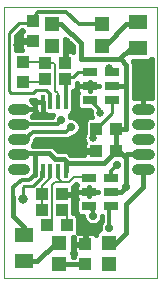
<source format=gtl>
G75*
G70*
%OFA0B0*%
%FSLAX24Y24*%
%IPPOS*%
%LPD*%
%AMOC8*
5,1,8,0,0,1.08239X$1,22.5*
%
%ADD10C,0.0000*%
%ADD11R,0.0515X0.0515*%
%ADD12R,0.0630X0.0472*%
%ADD13R,0.0394X0.0433*%
%ADD14R,0.0433X0.0394*%
%ADD15R,0.0138X0.0472*%
%ADD16R,0.0494X0.0276*%
%ADD17C,0.0377*%
%ADD18C,0.0120*%
%ADD19C,0.0277*%
%ADD20C,0.0258*%
%ADD21C,0.0060*%
%ADD22C,0.0100*%
%ADD23C,0.0160*%
%ADD24C,0.0150*%
%ADD25C,0.0317*%
%ADD26C,0.0080*%
D10*
X000900Y000980D02*
X000900Y010035D01*
X006018Y010035D01*
X006018Y000980D01*
X000900Y000980D01*
D11*
X002753Y001459D03*
X002753Y002167D03*
X004406Y002167D03*
X004406Y001459D03*
X004165Y008729D03*
X004165Y009438D03*
X002512Y009438D03*
X002512Y008729D03*
D12*
X005382Y008649D03*
X005382Y009516D03*
X001578Y002434D03*
X001578Y001568D03*
D13*
X002325Y002740D03*
X002165Y003260D03*
X002165Y003780D03*
X002835Y003780D03*
X002835Y003260D03*
X002995Y002740D03*
X003965Y005940D03*
X004635Y005940D03*
X002955Y007620D03*
X002955Y008140D03*
X002285Y008140D03*
X002285Y007620D03*
D14*
X001540Y007525D03*
X001540Y008195D03*
X001860Y008885D03*
X001860Y009555D03*
X003965Y005220D03*
X004635Y005220D03*
X003620Y002115D03*
X003620Y001445D03*
D15*
X002964Y004548D03*
X002708Y004548D03*
X002452Y004548D03*
X002196Y004548D03*
X002196Y006852D03*
X002452Y006852D03*
X002708Y006852D03*
X002964Y006852D03*
D16*
X003766Y006908D03*
X003766Y007380D03*
X003766Y007852D03*
X004514Y007852D03*
X004514Y007380D03*
X004514Y006908D03*
X004474Y004332D03*
X004474Y003860D03*
X004474Y003388D03*
X003726Y003388D03*
X003726Y003860D03*
X003726Y004332D03*
D17*
X005351Y004620D02*
X005729Y004620D01*
X005729Y005120D02*
X005351Y005120D01*
X005351Y005620D02*
X005729Y005620D01*
X005729Y006120D02*
X005351Y006120D01*
X005351Y006620D02*
X005729Y006620D01*
X001569Y006620D02*
X001191Y006620D01*
X001191Y006120D02*
X001569Y006120D01*
X001569Y005620D02*
X001191Y005620D01*
X001191Y005120D02*
X001569Y005120D01*
X001569Y004620D02*
X001191Y004620D01*
D18*
X001500Y004260D02*
X001220Y004020D01*
X001220Y003700D01*
X001500Y004260D02*
X001740Y004260D01*
X001940Y004420D01*
X002180Y004340D02*
X002180Y004532D01*
X002196Y004548D01*
X001620Y005620D02*
X001860Y005860D01*
X002980Y005860D01*
X003140Y006020D01*
X002820Y006260D02*
X002720Y006120D01*
X001380Y006120D01*
X001380Y005620D02*
X001620Y005620D01*
X002452Y006852D02*
X002452Y007108D01*
X002964Y006852D02*
X002964Y007460D01*
X002964Y007524D01*
X002980Y007540D01*
X003402Y009438D02*
X002980Y009860D01*
X002045Y009860D01*
X003402Y009438D02*
X004165Y009438D01*
X004660Y004740D02*
X004474Y004554D01*
X004474Y004332D01*
X004474Y003388D02*
X004420Y003334D01*
X004420Y002660D01*
X003860Y003060D02*
X003860Y003220D01*
X003700Y003380D01*
D19*
X003860Y003060D03*
X004420Y002660D03*
X004980Y004020D03*
X004660Y004740D03*
X003540Y006420D03*
X003140Y006020D03*
X002820Y006260D03*
X002180Y005540D03*
X003420Y005300D03*
X005540Y007540D03*
D20*
X004420Y007980D03*
X004100Y006500D03*
X003860Y005660D03*
D21*
X003720Y004340D02*
X003200Y004340D01*
X003200Y004320D01*
X003080Y004200D01*
X002840Y004200D01*
X002720Y004320D01*
X002708Y004548D01*
X002160Y003860D02*
X002165Y003780D01*
X002240Y003300D02*
X002165Y003260D01*
X002835Y003260D02*
X002920Y003300D01*
X002920Y003120D01*
X003000Y003040D01*
X003000Y002780D01*
X002995Y002740D01*
X003700Y003380D02*
X003720Y003400D01*
X003726Y003388D01*
X003740Y003860D02*
X003726Y003860D01*
X003740Y003860D01*
X003726Y004015D02*
X003740Y004020D01*
X003726Y004332D02*
X003720Y004340D01*
X004500Y006900D02*
X004480Y006920D01*
X004514Y006908D01*
X004514Y007852D02*
X004460Y007860D01*
X004420Y007860D01*
X003780Y007380D02*
X003766Y007380D01*
X003780Y007380D01*
X003020Y007460D02*
X002964Y007460D01*
X002964Y007524D02*
X002960Y007580D01*
X002960Y007620D01*
X002955Y007620D01*
X002980Y007560D01*
X003000Y007580D01*
X003000Y007640D01*
X003020Y007660D01*
X003020Y007680D01*
X003060Y007700D01*
X002285Y008140D02*
X002280Y008160D01*
X002280Y008200D01*
X001540Y008200D01*
X001540Y008195D01*
X002280Y008140D02*
X002285Y008140D01*
D22*
X001860Y008885D02*
X001445Y008805D01*
X001380Y008740D01*
X001315Y008805D02*
X001300Y008820D01*
X001315Y008805D02*
X001860Y008885D01*
X001860Y009460D02*
X001860Y009555D01*
X001940Y009635D01*
X001940Y009780D01*
X002020Y009860D01*
X002045Y009860D01*
X001860Y009620D02*
X001860Y009555D01*
X001845Y009475D02*
X001860Y009460D01*
X001845Y009475D02*
X001395Y009475D01*
X001060Y009140D01*
X001060Y007220D01*
X001140Y007140D01*
X001860Y007140D01*
X001980Y007260D01*
X002300Y007260D01*
X002452Y007108D01*
X003060Y007700D02*
X003220Y007700D01*
X003372Y007852D01*
X003766Y007852D01*
X003766Y006908D02*
X003772Y006908D01*
X004100Y006580D01*
X004100Y006500D01*
X004500Y006500D02*
X003965Y005965D01*
X003965Y005940D01*
X003885Y005620D01*
X003860Y005660D01*
X004500Y006500D02*
X004500Y006900D01*
X004980Y007060D02*
X004980Y007140D01*
X004420Y007860D02*
X004420Y007980D01*
X004740Y008300D02*
X004820Y008300D01*
X003060Y008740D02*
X002955Y008635D01*
X002955Y008140D01*
X001380Y005120D02*
X001410Y005090D01*
X001580Y004060D02*
X001860Y004060D01*
X002180Y004340D01*
X001580Y004060D02*
X001540Y004020D01*
X001540Y003620D01*
X002980Y004820D02*
X002960Y004880D01*
X002964Y004896D01*
D23*
X003146Y005075D02*
X003116Y005104D01*
X003116Y005104D01*
X003044Y005176D01*
X002951Y005215D01*
X002706Y005215D01*
X002636Y005284D01*
X002564Y005356D01*
X002471Y005395D01*
X001865Y005395D01*
X001881Y005411D01*
X001937Y005547D01*
X001937Y005598D01*
X001959Y005620D01*
X003028Y005620D01*
X003116Y005657D01*
X003161Y005701D01*
X003203Y005701D01*
X003321Y005750D01*
X003410Y005839D01*
X003459Y005957D01*
X003459Y006083D01*
X003410Y006201D01*
X003321Y006290D01*
X003203Y006339D01*
X003132Y006339D01*
X003092Y006435D01*
X003107Y006435D01*
X003213Y006541D01*
X003213Y007162D01*
X003204Y007171D01*
X003204Y007223D01*
X003226Y007223D01*
X003331Y007329D01*
X003331Y007486D01*
X003339Y007494D01*
X003339Y007380D01*
X003339Y007219D01*
X003351Y007173D01*
X003366Y007147D01*
X003339Y007120D01*
X003339Y006695D01*
X003445Y006590D01*
X003765Y006590D01*
X003792Y006563D01*
X003791Y006561D01*
X003791Y006439D01*
X003833Y006337D01*
X003694Y006337D01*
X003589Y006231D01*
X003589Y005812D01*
X003551Y005721D01*
X003551Y005599D01*
X003591Y005503D01*
X003581Y005486D01*
X003569Y005441D01*
X003569Y005238D01*
X003947Y005238D01*
X003947Y005202D01*
X003569Y005202D01*
X003569Y005075D01*
X003146Y005075D01*
X003120Y005101D02*
X003569Y005101D01*
X003569Y005260D02*
X002661Y005260D01*
X003285Y005735D02*
X003557Y005735D01*
X003560Y005577D02*
X001937Y005577D01*
X001884Y005418D02*
X003569Y005418D01*
X003589Y005894D02*
X003433Y005894D01*
X003459Y006052D02*
X003589Y006052D01*
X003589Y006211D02*
X003400Y006211D01*
X003199Y006528D02*
X003791Y006528D01*
X003820Y006369D02*
X003120Y006369D01*
X003213Y006686D02*
X003348Y006686D01*
X003339Y006845D02*
X003213Y006845D01*
X003213Y007003D02*
X003339Y007003D01*
X003358Y007162D02*
X003213Y007162D01*
X003323Y007320D02*
X003339Y007320D01*
X003339Y007380D02*
X003766Y007380D01*
X004087Y007380D01*
X003766Y007380D01*
X003766Y007380D01*
X003766Y007380D01*
X003766Y007535D01*
X003766Y007380D01*
X003766Y007225D01*
X003766Y007380D01*
X003766Y007380D01*
X003766Y007380D01*
X003339Y007380D01*
X003331Y007479D02*
X003339Y007479D01*
X003766Y007479D02*
X003766Y007479D01*
X003766Y007535D02*
X003766Y007535D01*
X003766Y007320D02*
X003766Y007320D01*
X003766Y007225D02*
X003766Y007225D01*
X004087Y007380D02*
X004087Y007380D01*
X003205Y008529D02*
X003205Y008714D01*
X002949Y008970D01*
X002949Y008397D01*
X002936Y008384D01*
X002936Y008158D01*
X002973Y008158D01*
X002973Y008537D01*
X003175Y008537D01*
X003205Y008529D01*
X003205Y008588D02*
X002949Y008588D01*
X002949Y008430D02*
X002973Y008430D01*
X002973Y008271D02*
X002936Y008271D01*
X002949Y008747D02*
X003173Y008747D01*
X003014Y008905D02*
X002949Y008905D01*
X001842Y008904D02*
X001842Y008867D01*
X001463Y008867D01*
X001463Y008665D01*
X001476Y008619D01*
X001499Y008578D01*
X001506Y008571D01*
X001290Y008571D01*
X001290Y009045D01*
X001490Y009245D01*
X001502Y009245D01*
X001527Y009220D01*
X001499Y009193D01*
X001476Y009152D01*
X001463Y009106D01*
X001463Y008904D01*
X001842Y008904D01*
X001525Y009222D02*
X001467Y009222D01*
X001463Y009064D02*
X001309Y009064D01*
X001290Y008905D02*
X001463Y008905D01*
X001463Y008747D02*
X001290Y008747D01*
X001290Y008588D02*
X001494Y008588D01*
X001798Y006910D02*
X001947Y006910D01*
X001947Y006852D01*
X002196Y006852D01*
X002196Y006852D01*
X001947Y006852D01*
X001947Y006592D01*
X001960Y006546D01*
X001983Y006505D01*
X002017Y006471D01*
X002058Y006448D01*
X002104Y006435D01*
X002196Y006435D01*
X002196Y006852D01*
X002196Y006852D01*
X002196Y006435D01*
X002289Y006435D01*
X002304Y006440D01*
X002309Y006435D01*
X002548Y006435D01*
X002516Y006360D01*
X001850Y006360D01*
X001840Y006370D01*
X001855Y006385D01*
X001895Y006445D01*
X001923Y006512D01*
X001937Y006584D01*
X001937Y006620D01*
X001937Y006656D01*
X001923Y006728D01*
X001895Y006795D01*
X001855Y006855D01*
X001804Y006906D01*
X001798Y006910D01*
X001862Y006845D02*
X001947Y006845D01*
X001931Y006686D02*
X001947Y006686D01*
X001937Y006620D02*
X001380Y006620D01*
X001380Y006620D01*
X001937Y006620D01*
X001926Y006528D02*
X001970Y006528D01*
X001841Y006369D02*
X002520Y006369D01*
X002196Y006528D02*
X002196Y006528D01*
X002196Y006686D02*
X002196Y006686D01*
X002196Y006845D02*
X002196Y006845D01*
X003299Y004122D02*
X003290Y004113D01*
X003290Y004113D01*
X003208Y004031D01*
X003211Y004020D01*
X003211Y003798D01*
X002853Y003798D01*
X002853Y003762D01*
X003211Y003762D01*
X003211Y003137D01*
X003266Y003137D01*
X003371Y003031D01*
X003371Y002489D01*
X003380Y002491D01*
X003602Y002491D01*
X003602Y002133D01*
X003638Y002133D01*
X003638Y002491D01*
X003860Y002491D01*
X003906Y002479D01*
X003947Y002456D01*
X003969Y002434D01*
X003969Y002499D01*
X004074Y002605D01*
X004101Y002605D01*
X004101Y002723D01*
X004150Y002841D01*
X004180Y002871D01*
X004180Y003070D01*
X004179Y003070D01*
X004179Y002997D01*
X004130Y002879D01*
X004041Y002790D01*
X003923Y002741D01*
X003797Y002741D01*
X003679Y002790D01*
X003590Y002879D01*
X003541Y002997D01*
X003541Y003070D01*
X003405Y003070D01*
X003299Y003175D01*
X003299Y003600D01*
X003326Y003627D01*
X003311Y003653D01*
X003299Y003699D01*
X003299Y003860D01*
X003726Y003860D01*
X004047Y003860D01*
X003726Y003860D01*
X003726Y003860D01*
X003726Y003860D01*
X003726Y004015D01*
X003726Y003860D01*
X003726Y003705D01*
X003726Y003860D01*
X003726Y003860D01*
X003726Y003860D01*
X003299Y003860D01*
X003299Y004021D01*
X003311Y004067D01*
X003326Y004093D01*
X003299Y004120D01*
X003299Y004122D01*
X003299Y003992D02*
X003211Y003992D01*
X003211Y003833D02*
X003299Y003833D01*
X003306Y003675D02*
X003211Y003675D01*
X003211Y003516D02*
X003299Y003516D01*
X003299Y003358D02*
X003211Y003358D01*
X003211Y003199D02*
X003299Y003199D01*
X003362Y003041D02*
X003541Y003041D01*
X003589Y002882D02*
X003371Y002882D01*
X003371Y002724D02*
X004101Y002724D01*
X004035Y002565D02*
X003371Y002565D01*
X003226Y002343D02*
X003223Y002335D01*
X003223Y002133D01*
X003602Y002133D01*
X003602Y002096D01*
X003223Y002096D01*
X003223Y001894D01*
X003236Y001848D01*
X003259Y001807D01*
X003287Y001780D01*
X003223Y001717D01*
X003223Y001700D01*
X003190Y001700D01*
X003190Y001791D01*
X003168Y001813D01*
X003190Y001835D01*
X003190Y002343D01*
X003226Y002343D01*
X003223Y002248D02*
X003190Y002248D01*
X003190Y002090D02*
X003223Y002090D01*
X003223Y001931D02*
X003190Y001931D01*
X003190Y001773D02*
X003279Y001773D01*
X003602Y002248D02*
X003638Y002248D01*
X003638Y002407D02*
X003602Y002407D01*
X004131Y002882D02*
X004180Y002882D01*
X004179Y003041D02*
X004180Y003041D01*
X003726Y003705D02*
X003726Y003705D01*
X003726Y003833D02*
X003726Y003833D01*
X003726Y003992D02*
X003726Y003992D01*
X003726Y004015D02*
X003726Y004015D01*
X004047Y003860D02*
X004047Y003860D01*
X005540Y006620D02*
X005540Y006989D01*
X005315Y006989D01*
X005244Y006974D01*
X005235Y006971D01*
X005235Y008086D01*
X005239Y008122D01*
X005235Y008136D01*
X005235Y008151D01*
X005221Y008185D01*
X005211Y008220D01*
X005202Y008231D01*
X005201Y008233D01*
X005772Y008233D01*
X005838Y008300D01*
X005838Y006974D01*
X005836Y006974D01*
X005765Y006989D01*
X005540Y006989D01*
X005540Y006620D01*
X005540Y006620D01*
X005540Y006686D02*
X005540Y006686D01*
X005540Y006845D02*
X005540Y006845D01*
X005838Y007003D02*
X005235Y007003D01*
X005235Y007162D02*
X005838Y007162D01*
X005838Y007320D02*
X005235Y007320D01*
X005235Y007479D02*
X005838Y007479D01*
X005838Y007637D02*
X005235Y007637D01*
X005235Y007796D02*
X005838Y007796D01*
X005838Y007954D02*
X005235Y007954D01*
X005238Y008113D02*
X005838Y008113D01*
X005838Y008271D02*
X005810Y008271D01*
D24*
X005382Y008649D02*
X005129Y008649D01*
X004740Y008300D01*
X003460Y008300D01*
X003460Y008820D01*
X002820Y009460D01*
X002529Y009460D01*
X002512Y009438D01*
X004165Y008729D02*
X004289Y008769D01*
X004980Y009460D01*
X005327Y009460D01*
X005382Y009516D01*
X004820Y008300D02*
X004980Y008100D01*
X004980Y007380D01*
X004514Y007380D01*
X004980Y007380D02*
X004980Y007140D01*
X004980Y007060D02*
X004980Y005940D01*
X004635Y005940D01*
X004635Y005220D01*
X004235Y004820D01*
X002980Y004820D01*
X002964Y004896D02*
X002900Y004960D01*
X002600Y004960D01*
X002420Y005140D01*
X001940Y005140D01*
X001940Y004420D01*
X001940Y005140D02*
X001460Y005140D01*
X001410Y005090D01*
X001380Y005060D01*
X001220Y003700D02*
X001220Y003060D01*
X001578Y002702D01*
X001578Y002434D01*
X001578Y001568D02*
X001606Y001540D01*
X002020Y001540D01*
X002647Y002167D01*
X002753Y002167D01*
X002753Y001459D02*
X002766Y001445D01*
X003620Y001445D01*
X004406Y002167D02*
X004474Y002100D01*
X004580Y002100D01*
X004980Y002500D01*
X004980Y003460D01*
X005540Y004020D01*
X005540Y004620D01*
X005540Y005120D02*
X005000Y005120D01*
X004980Y005100D01*
X004980Y004980D01*
X004820Y005140D01*
X004635Y005220D01*
X004980Y004980D02*
X004980Y004020D01*
X004820Y003860D01*
X004474Y003860D01*
X002964Y004548D02*
X002964Y004896D01*
X003540Y006420D02*
X003300Y006660D01*
D25*
X003060Y008740D03*
X001380Y008740D03*
X003820Y003860D03*
X001540Y003620D03*
D26*
X002165Y003765D02*
X002165Y003260D01*
X002500Y002955D02*
X002325Y002740D01*
X002500Y002955D02*
X002500Y004100D01*
X002600Y004200D01*
X002840Y004200D01*
X002452Y004332D02*
X002180Y004060D01*
X002180Y003875D01*
X002165Y003780D01*
X002245Y003780D01*
X002180Y003780D02*
X002180Y003860D01*
X002180Y003780D02*
X002165Y003765D01*
X002452Y004332D02*
X002452Y004548D01*
X003700Y004020D02*
X004020Y003860D01*
X003820Y003860D01*
X003740Y004020D02*
X003700Y004020D01*
X002708Y006852D02*
X002700Y006860D01*
X002700Y007140D01*
X002620Y007220D01*
X002620Y008100D01*
X002580Y008140D01*
X002285Y008140D01*
X002285Y007620D02*
X002191Y007525D01*
X001540Y007525D01*
M02*

</source>
